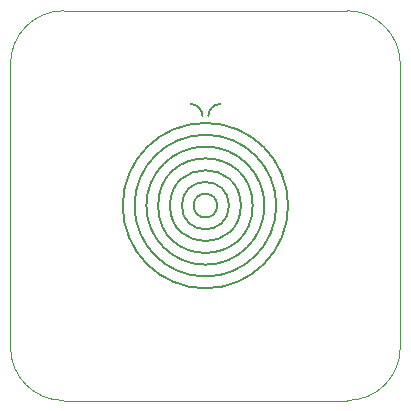
<source format=gbr>
%TF.GenerationSoftware,KiCad,Pcbnew,(6.0.2-0)*%
%TF.CreationDate,2022-02-18T14:13:15+00:00*%
%TF.ProjectId,PN532,504e3533-322e-46b6-9963-61645f706362,7*%
%TF.SameCoordinates,Original*%
%TF.FileFunction,Legend,Bot*%
%TF.FilePolarity,Positive*%
%FSLAX46Y46*%
G04 Gerber Fmt 4.6, Leading zero omitted, Abs format (unit mm)*
G04 Created by KiCad (PCBNEW (6.0.2-0)) date 2022-02-18 14:13:15*
%MOMM*%
%LPD*%
G01*
G04 APERTURE LIST*
%ADD10C,0.200000*%
%ADD11C,0.120000*%
G04 APERTURE END LIST*
D10*
X105000000Y-100000000D02*
G75*
G03*
X105000000Y-100000000I-5000000J0D01*
G01*
X101250000Y-91400000D02*
G75*
G03*
X100250000Y-92400000I3J-1000003D01*
G01*
X106000000Y-100000000D02*
G75*
G03*
X106000000Y-100000000I-6000000J0D01*
G01*
X102000000Y-100000000D02*
G75*
G03*
X102000000Y-100000000I-2000000J0D01*
G01*
X104000000Y-100000000D02*
G75*
G03*
X104000000Y-100000000I-4000000J0D01*
G01*
X101000000Y-100000000D02*
G75*
G03*
X101000000Y-100000000I-1000000J0D01*
G01*
X103000000Y-100000000D02*
G75*
G03*
X103000000Y-100000000I-3000000J0D01*
G01*
X107000000Y-100000000D02*
G75*
G03*
X107000000Y-100000000I-7000000J0D01*
G01*
X99750000Y-92400000D02*
G75*
G03*
X98750000Y-91400000I-1000003J-3D01*
G01*
D11*
%TO.C,A1*%
X112000000Y-116500000D02*
X88000000Y-116500000D01*
X116500000Y-112000000D02*
X116500000Y-88000000D01*
X83500000Y-88000000D02*
X83500000Y-112000000D01*
X112000000Y-83500000D02*
X88000000Y-83500000D01*
X116500000Y-88000000D02*
G75*
G03*
X112000000Y-83500000I-4499998J2D01*
G01*
X88000000Y-83500000D02*
G75*
G03*
X83500000Y-88000000I-2J-4499998D01*
G01*
X112000000Y-116500000D02*
G75*
G03*
X116500000Y-112000000I2J4499998D01*
G01*
X83500000Y-112000000D02*
G75*
G03*
X88000000Y-116500000I4499998J-2D01*
G01*
%TD*%
M02*

</source>
